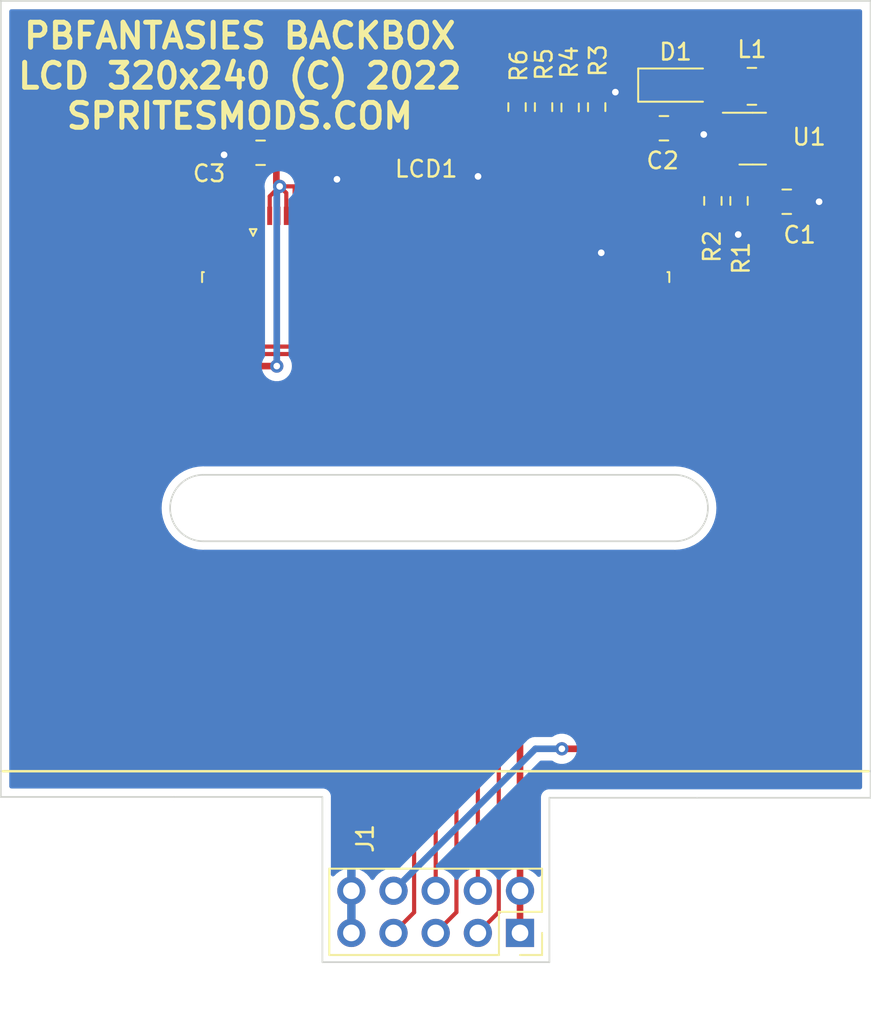
<source format=kicad_pcb>
(kicad_pcb (version 20211014) (generator pcbnew)
  (layers (0 "F.Cu" signal) (31 "B.Cu" signal) (34 "B.Paste" user) (35 "F.Paste" user) (36 "B.SilkS" user "B.Silkscreen") (37 "F.SilkS" user "F.Silkscreen") (38 "B.Mask" user) (39 "F.Mask" user) (44 "Edge.Cuts" user))
  (net 0 "")
  (net 1 "VBAT")
  (net 2 "Net-(LCD1-Pad36)")
  (net 3 "BLCD_A")
  (net 4 "+3V3")
  (net 5 "Net-(LCD1-Pad37)")
  (net 6 "Net-(LCD1-Pad38)")
  (net 7 "Net-(LCD1-Pad39)")
  (net 8 "SPI_CS_LCD0")
  (net 9 "LCD_RESET")
  (net 10 "SPI_DC")
  (net 13 "SPI_MOSI")
  (net 14 "SPI_SCK")
  (net 18 "Net-(U1-Pad3)")
  (net 19 "GND")
  (net 20 "Net-(D1-Pad2)")
  (footprint "Connector_PinSocket_2.54mm:PinSocket_2x05_P2.54mm_Vertical" (layer "F.Cu") (at 135.63 115.59 -90)
    (fp_text reference "J1" (at -5.69 9.33 90) (layer "F.SilkS"))
    (fp_text value "Conn_01x10_Male")
    (fp_line (start 0 -1.33) (end 1.33 -1.33) (layer "F.SilkS") (width 0.12))
    (fp_line (start -3.87 -1.33) (end -1.27 -1.33) (layer "F.SilkS") (width 0.12))
    (fp_line (start 1.33 1.27) (end 1.33 11.49) (layer "F.SilkS") (width 0.12))
    (fp_line (start 1.33 -1.33) (end 1.33 0) (layer "F.SilkS") (width 0.12))
    (fp_line (start -1.27 -1.33) (end -1.27 1.27) (layer "F.SilkS") (width 0.12))
    (fp_line (start -3.87 11.49) (end 1.33 11.49) (layer "F.SilkS") (width 0.12))
    (fp_line (start -1.27 1.27) (end 1.33 1.27) (layer "F.SilkS") (width 0.12))
    (fp_line (start -3.87 -1.33) (end -3.87 11.49) (layer "F.SilkS") (width 0.12))
    (pad "1" thru_hole rect (at 0 0 270) (size 1.7 1.7) (drill 1) (layers *.Cu *.Mask) (net 4 "+3V3"))
    (pad "2" thru_hole oval (at -2.54 0 270) (size 1.7 1.7) (drill 1) (layers *.Cu *.Mask) (net 4 "+3V3"))
    (pad "3" thru_hole oval (at 0 2.54 270) (size 1.7 1.7) (drill 1) (layers *.Cu *.Mask) (net 14 "SPI_SCK"))
    (pad "4" thru_hole oval (at -2.54 2.54 270) (size 1.7 1.7) (drill 1) (layers *.Cu *.Mask) (net 13 "SPI_MOSI"))
    (pad "5" thru_hole oval (at 0 5.08 270) (size 1.7 1.7) (drill 1) (layers *.Cu *.Mask) (net 10 "SPI_DC"))
    (pad "6" thru_hole oval (at -2.54 5.08 270) (size 1.7 1.7) (drill 1) (layers *.Cu *.Mask) (net 8 "SPI_CS_LCD0"))
    (pad "7" thru_hole oval (at 0 7.62 270) (size 1.7 1.7) (drill 1) (layers *.Cu *.Mask) (net 9 "LCD_RESET"))
    (pad "8" thru_hole oval (at -2.54 7.62 270) (size 1.7 1.7) (drill 1) (layers *.Cu *.Mask) (net 1 "VBAT"))
    (pad "9" thru_hole oval (at 0 10.16 270) (size 1.7 1.7) (drill 1) (layers *.Cu *.Mask) (net 19 "GND"))
    (pad "10" thru_hole oval (at -2.54 10.16 270) (size 1.7 1.7) (drill 1) (layers *.Cu *.Mask) (net 19 "GND"))
  )
  (footprint "Resistor_SMD:R_0603_1608Metric" (layer "F.Cu") (at 137.05 65.85 -90)
    (fp_text reference "R5" (at -2.575 -0.025 90) (layer "F.SilkS"))
    (fp_text value "270")
    (fp_line (start -0.237258 -0.5225) (end 0.237258 -0.5225) (layer "F.SilkS") (width 0.12))
    (fp_line (start -0.237258 0.5225) (end 0.237258 0.5225) (layer "F.SilkS") (width 0.12))
    (pad "1" smd roundrect (at -0.825 0 270) (size 0.8 0.95) (layers "F.Cu" "F.Paste" "F.Mask") (net 19 "GND"))
    (pad "2" smd roundrect (at 0.825 0 270) (size 0.8 0.95) (layers "F.Cu" "F.Paste" "F.Mask") (net 5 "Net-(LCD1-Pad37)"))
  )
  (footprint "Connector_FFC-FPC:TE_4-1734839-5_1x45-1MP_P0.5mm_Horizontal" (layer "F.Cu") (at 130.55 73.75)
    (fp_text reference "LCD1" (at -0.575 -4.175) (layer "F.SilkS"))
    (fp_text value "KD023C-1")
    (fp_line (start 14.075 2.04) (end 14.075 2.64) (layer "F.SilkS") (width 0.12))
    (fp_line (start -13.965 2.04) (end -14.075 2.04) (layer "F.SilkS") (width 0.12))
    (fp_line (start -11 -0.15) (end -10.8 -0.55) (layer "F.SilkS") (width 0.12))
    (fp_line (start -10.8 -0.55) (end -11.2 -0.55) (layer "F.SilkS") (width 0.12))
    (fp_line (start 13.965 2.04) (end 14.075 2.04) (layer "F.SilkS") (width 0.12))
    (fp_line (start -11.2 -0.55) (end -11 -0.15) (layer "F.SilkS") (width 0.12))
    (fp_line (start -14.075 2.04) (end -14.075 2.64) (layer "F.SilkS") (width 0.12))
    (pad "1" smd rect (at -11 -1.35) (size 0.3 1.1) (layers "F.Cu" "F.Paste" "F.Mask") (net 19 "GND"))
    (pad "2" smd rect (at -10.5 -1.35) (size 0.3 1.1) (layers "F.Cu" "F.Paste" "F.Mask") (net 19 "GND"))
    (pad "3" smd rect (at -10 -1.35) (size 0.3 1.1) (layers "F.Cu" "F.Paste" "F.Mask") (net 4 "+3V3"))
    (pad "4" smd rect (at -9.5 -1.35) (size 0.3 1.1) (layers "F.Cu" "F.Paste" "F.Mask") (net 4 "+3V3"))
    (pad "5" smd rect (at -9 -1.35) (size 0.3 1.1) (layers "F.Cu" "F.Paste" "F.Mask") (net 4 "+3V3"))
    (pad "6" smd rect (at -8.5 -1.35) (size 0.3 1.1) (layers "F.Cu" "F.Paste" "F.Mask") (net 4 "+3V3"))
    (pad "7" smd rect (at -8 -1.35) (size 0.3 1.1) (layers "F.Cu" "F.Paste" "F.Mask") (net 4 "+3V3"))
    (pad "8" smd rect (at -7.5 -1.35) (size 0.3 1.1) (layers "F.Cu" "F.Paste" "F.Mask") (net 13 "SPI_MOSI"))
    (pad "9" smd rect (at -7 -1.35) (size 0.3 1.1) (layers "F.Cu" "F.Paste" "F.Mask") (net 19 "GND"))
    (pad "10" smd rect (at -6.5 -1.35) (size 0.3 1.1) (layers "F.Cu" "F.Paste" "F.Mask") (net 19 "GND"))
    (pad "11" smd rect (at -6 -1.35) (size 0.3 1.1) (layers "F.Cu" "F.Paste" "F.Mask") (net 19 "GND"))
    (pad "12" smd rect (at -5.5 -1.35) (size 0.3 1.1) (layers "F.Cu" "F.Paste" "F.Mask") (net 19 "GND"))
    (pad "13" smd rect (at -5 -1.35) (size 0.3 1.1) (layers "F.Cu" "F.Paste" "F.Mask") (net 19 "GND"))
    (pad "14" smd rect (at -4.5 -1.35) (size 0.3 1.1) (layers "F.Cu" "F.Paste" "F.Mask") (net 10 "SPI_DC"))
    (pad "15" smd rect (at -4 -1.35) (size 0.3 1.1) (layers "F.Cu" "F.Paste" "F.Mask") (net 14 "SPI_SCK"))
    (pad "16" smd rect (at -3.5 -1.35) (size 0.3 1.1) (layers "F.Cu" "F.Paste" "F.Mask") (net 8 "SPI_CS_LCD0"))
    (pad "17" smd rect (at -3 -1.35) (size 0.3 1.1) (layers "F.Cu" "F.Paste" "F.Mask") (net 9 "LCD_RESET"))
    (pad "18" smd rect (at -2.5 -1.35) (size 0.3 1.1) (layers "F.Cu" "F.Paste" "F.Mask") (net 19 "GND"))
    (pad "19" smd rect (at -2 -1.35) (size 0.3 1.1) (layers "F.Cu" "F.Paste" "F.Mask") (net 19 "GND"))
    (pad "20" smd rect (at -1.5 -1.35) (size 0.3 1.1) (layers "F.Cu" "F.Paste" "F.Mask") (net 19 "GND"))
    (pad "21" smd rect (at -1 -1.35) (size 0.3 1.1) (layers "F.Cu" "F.Paste" "F.Mask") (net 19 "GND"))
    (pad "22" smd rect (at -0.5 -1.35) (size 0.3 1.1) (layers "F.Cu" "F.Paste" "F.Mask") (net 19 "GND"))
    (pad "23" smd rect (at 0 -1.35) (size 0.3 1.1) (layers "F.Cu" "F.Paste" "F.Mask") (net 19 "GND"))
    (pad "24" smd rect (at 0.5 -1.35) (size 0.3 1.1) (layers "F.Cu" "F.Paste" "F.Mask") (net 19 "GND"))
    (pad "25" smd rect (at 1 -1.35) (size 0.3 1.1) (layers "F.Cu" "F.Paste" "F.Mask") (net 19 "GND"))
    (pad "26" smd rect (at 1.5 -1.35) (size 0.3 1.1) (layers "F.Cu" "F.Paste" "F.Mask") (net 19 "GND"))
    (pad "27" smd rect (at 2 -1.35) (size 0.3 1.1) (layers "F.Cu" "F.Paste" "F.Mask") (net 19 "GND"))
    (pad "28" smd rect (at 2.5 -1.35) (size 0.3 1.1) (layers "F.Cu" "F.Paste" "F.Mask") (net 19 "GND"))
    (pad "29" smd rect (at 3 -1.35) (size 0.3 1.1) (layers "F.Cu" "F.Paste" "F.Mask") (net 19 "GND"))
    (pad "30" smd rect (at 3.5 -1.35) (size 0.3 1.1) (layers "F.Cu" "F.Paste" "F.Mask") (net 19 "GND"))
    (pad "31" smd rect (at 4 -1.35) (size 0.3 1.1) (layers "F.Cu" "F.Paste" "F.Mask") (net 19 "GND"))
    (pad "32" smd rect (at 4.5 -1.35) (size 0.3 1.1) (layers "F.Cu" "F.Paste" "F.Mask") (net 19 "GND"))
    (pad "33" smd rect (at 5 -1.35) (size 0.3 1.1) (layers "F.Cu" "F.Paste" "F.Mask") (net 19 "GND"))
    (pad "34" smd rect (at 5.5 -1.35) (size 0.3 1.1) (layers "F.Cu" "F.Paste" "F.Mask") (net 19 "GND"))
    (pad "35" smd rect (at 6 -1.35) (size 0.3 1.1) (layers "F.Cu" "F.Paste" "F.Mask") (net 19 "GND"))
    (pad "36" smd rect (at 6.5 -1.35) (size 0.3 1.1) (layers "F.Cu" "F.Paste" "F.Mask") (net 2 "Net-(LCD1-Pad36)"))
    (pad "37" smd rect (at 7 -1.35) (size 0.3 1.1) (layers "F.Cu" "F.Paste" "F.Mask") (net 5 "Net-(LCD1-Pad37)"))
    (pad "38" smd rect (at 7.5 -1.35) (size 0.3 1.1) (layers "F.Cu" "F.Paste" "F.Mask") (net 6 "Net-(LCD1-Pad38)"))
    (pad "39" smd rect (at 8 -1.35) (size 0.3 1.1) (layers "F.Cu" "F.Paste" "F.Mask") (net 7 "Net-(LCD1-Pad39)"))
    (pad "40" smd rect (at 8.5 -1.35) (size 0.3 1.1) (layers "F.Cu" "F.Paste" "F.Mask") (net 3 "BLCD_A"))
    (pad "41" smd rect (at 9 -1.35) (size 0.3 1.1) (layers "F.Cu" "F.Paste" "F.Mask"))
    (pad "42" smd rect (at 9.5 -1.35) (size 0.3 1.1) (layers "F.Cu" "F.Paste" "F.Mask"))
    (pad "43" smd rect (at 10 -1.35) (size 0.3 1.1) (layers "F.Cu" "F.Paste" "F.Mask"))
    (pad "44" smd rect (at 10.5 -1.35) (size 0.3 1.1) (layers "F.Cu" "F.Paste" "F.Mask"))
    (pad "45" smd rect (at 11 -1.35) (size 0.3 1.1) (layers "F.Cu" "F.Paste" "F.Mask") (net 19 "GND"))
    (pad "MP" smd rect (at 12.67 0.35) (size 2.3 3.1) (layers "F.Cu" "F.Paste" "F.Mask"))
    (pad "MP" smd rect (at -12.67 0.35) (size 2.3 3.1) (layers "F.Cu" "F.Paste" "F.Mask"))
  )
  (footprint "Resistor_SMD:R_0603_1608Metric" (layer "F.Cu") (at 147.25 71.5 90)
    (fp_text reference "R2" (at -2.75 -0.05 90) (layer "F.SilkS"))
    (fp_text value "100K")
    (fp_line (start -0.237258 -0.5225) (end 0.237258 -0.5225) (layer "F.SilkS") (width 0.12))
    (fp_line (start -0.237258 0.5225) (end 0.237258 0.5225) (layer "F.SilkS") (width 0.12))
    (pad "1" smd roundrect (at -0.825 0 90) (size 0.8 0.95) (layers "F.Cu" "F.Paste" "F.Mask") (net 3 "BLCD_A"))
    (pad "2" smd roundrect (at 0.825 0 90) (size 0.8 0.95) (layers "F.Cu" "F.Paste" "F.Mask") (net 18 "Net-(U1-Pad3)"))
  )
  (footprint "Resistor_SMD:R_0603_1608Metric" (layer "F.Cu") (at 135.45 65.85 -90)
    (fp_text reference "R6" (at -2.5 -0.1 90) (layer "F.SilkS"))
    (fp_text value "270")
    (fp_line (start -0.237258 0.5225) (end 0.237258 0.5225) (layer "F.SilkS") (width 0.12))
    (fp_line (start -0.237258 -0.5225) (end 0.237258 -0.5225) (layer "F.SilkS") (width 0.12))
    (pad "1" smd roundrect (at -0.825 0 270) (size 0.8 0.95) (layers "F.Cu" "F.Paste" "F.Mask") (net 19 "GND"))
    (pad "2" smd roundrect (at 0.825 0 270) (size 0.8 0.95) (layers "F.Cu" "F.Paste" "F.Mask") (net 2 "Net-(LCD1-Pad36)"))
  )
  (footprint "Resistor_SMD:R_0603_1608Metric" (layer "F.Cu") (at 138.65 65.875 -90)
    (fp_text reference "R4" (at -2.725 0.05 90) (layer "F.SilkS"))
    (fp_text value "270")
    (fp_line (start -0.237258 0.5225) (end 0.237258 0.5225) (layer "F.SilkS") (width 0.12))
    (fp_line (start -0.237258 -0.5225) (end 0.237258 -0.5225) (layer "F.SilkS") (width 0.12))
    (pad "1" smd roundrect (at -0.825 0 270) (size 0.8 0.95) (layers "F.Cu" "F.Paste" "F.Mask") (net 19 "GND"))
    (pad "2" smd roundrect (at 0.825 0 270) (size 0.8 0.95) (layers "F.Cu" "F.Paste" "F.Mask") (net 6 "Net-(LCD1-Pad38)"))
  )
  (footprint "Capacitor_SMD:C_0805_2012Metric" (layer "F.Cu") (at 120 68.6 180)
    (fp_text reference "C3" (at 3.1 -1.25) (layer "F.SilkS"))
    (fp_text value "10u")
    (fp_line (start -0.261252 0.735) (end 0.261252 0.735) (layer "F.SilkS") (width 0.12))
    (fp_line (start -0.261252 -0.735) (end 0.261252 -0.735) (layer "F.SilkS") (width 0.12))
    (pad "1" smd roundrect (at -0.95 0 180) (size 1 1.45) (layers "F.Cu" "F.Paste" "F.Mask") (net 4 "+3V3"))
    (pad "2" smd roundrect (at 0.95 0 180) (size 1 1.45) (layers "F.Cu" "F.Paste" "F.Mask") (net 19 "GND"))
  )
  (footprint "Package_TO_SOT_SMD:SOT-23-5" (layer "F.Cu") (at 149.65 67.75)
    (fp_text reference "U1" (at 3.4 -0.1) (layer "F.SilkS"))
    (fp_text value "XR2203")
    (fp_line (start 0 -1.56) (end -1.8 -1.56) (layer "F.SilkS") (width 0.12))
    (fp_line (start 0 1.56) (end -0.8 1.56) (layer "F.SilkS") (width 0.12))
    (fp_line (start 0 -1.56) (end 0.8 -1.56) (layer "F.SilkS") (width 0.12))
    (fp_line (start 0 1.56) (end 0.8 1.56) (layer "F.SilkS") (width 0.12))
    (pad "1" smd roundrect (at -1.1375 -0.95) (size 1.325 0.6) (layers "F.Cu" "F.Paste" "F.Mask") (net 20 "Net-(D1-Pad2)"))
    (pad "2" smd roundrect (at -1.1375 0) (size 1.325 0.6) (layers "F.Cu" "F.Paste" "F.Mask") (net 19 "GND"))
    (pad "3" smd roundrect (at -1.1375 0.95) (size 1.325 0.6) (layers "F.Cu" "F.Paste" "F.Mask") (net 18 "Net-(U1-Pad3)"))
    (pad "4" smd roundrect (at 1.1375 0.95) (size 1.325 0.6) (layers "F.Cu" "F.Paste" "F.Mask") (net 1 "VBAT"))
    (pad "5" smd roundrect (at 1.1375 -0.95) (size 1.325 0.6) (layers "F.Cu" "F.Paste" "F.Mask") (net 1 "VBAT"))
  )
  (footprint "Capacitor_SMD:C_0805_2012Metric" (layer "F.Cu") (at 144.3 67.125)
    (fp_text reference "C2" (at -0.075 1.95) (layer "F.SilkS"))
    (fp_text value "10u")
    (fp_line (start -0.261252 0.735) (end 0.261252 0.735) (layer "F.SilkS") (width 0.12))
    (fp_line (start -0.261252 -0.735) (end 0.261252 -0.735) (layer "F.SilkS") (width 0.12))
    (pad "1" smd roundrect (at -0.95 0) (size 1 1.45) (layers "F.Cu" "F.Paste" "F.Mask") (net 3 "BLCD_A"))
    (pad "2" smd roundrect (at 0.95 0) (size 1 1.45) (layers "F.Cu" "F.Paste" "F.Mask") (net 19 "GND"))
  )
  (footprint "Resistor_SMD:R_0603_1608Metric" (layer "F.Cu") (at 140.25 65.85 -90)
    (fp_text reference "R3" (at -2.8 -0.075 90) (layer "F.SilkS"))
    (fp_text value "270")
    (fp_line (start -0.237258 -0.5225) (end 0.237258 -0.5225) (layer "F.SilkS") (width 0.12))
    (fp_line (start -0.237258 0.5225) (end 0.237258 0.5225) (layer "F.SilkS") (width 0.12))
    (pad "1" smd roundrect (at -0.825 0 270) (size 0.8 0.95) (layers "F.Cu" "F.Paste" "F.Mask") (net 19 "GND"))
    (pad "2" smd roundrect (at 0.825 0 270) (size 0.8 0.95) (layers "F.Cu" "F.Paste" "F.Mask") (net 7 "Net-(LCD1-Pad39)"))
  )
  (footprint "Capacitor_SMD:C_0805_2012Metric" (layer "F.Cu") (at 151.7 71.55)
    (fp_text reference "C1" (at 0.775 2) (layer "F.SilkS"))
    (fp_text value "10u")
    (fp_line (start -0.261252 0.735) (end 0.261252 0.735) (layer "F.SilkS") (width 0.12))
    (fp_line (start -0.261252 -0.735) (end 0.261252 -0.735) (layer "F.SilkS") (width 0.12))
    (pad "1" smd roundrect (at -0.95 0) (size 1 1.45) (layers "F.Cu" "F.Paste" "F.Mask") (net 1 "VBAT"))
    (pad "2" smd roundrect (at 0.95 0) (size 1 1.45) (layers "F.Cu" "F.Paste" "F.Mask") (net 19 "GND"))
  )
  (footprint "Inductor_SMD:L_1008_2520Metric" (layer "F.Cu") (at 149.6 64.6 180)
    (fp_text reference "L1" (at 0 2.225) (layer "F.SilkS"))
    (fp_text value "4u7")
    (fp_line (start -0.261252 -1.11) (end 0.261252 -1.11) (layer "F.SilkS") (width 0.12))
    (fp_line (start -0.261252 1.11) (end 0.261252 1.11) (layer "F.SilkS") (width 0.12))
    (pad "1" smd roundrect (at -1.075 0 180) (size 1.25 2.2) (layers "F.Cu" "F.Paste" "F.Mask") (roundrect_rratio 0.2) (net 1 "VBAT"))
    (pad "2" smd roundrect (at 1.075 0 180) (size 1.25 2.2) (layers "F.Cu" "F.Paste" "F.Mask") (roundrect_rratio 0.2) (net 20 "Net-(D1-Pad2)"))
  )
  (footprint "Resistor_SMD:R_0603_1608Metric" (layer "F.Cu") (at 148.825 71.5 -90)
    (fp_text reference "R1" (at 3.45 -0.125 90) (layer "F.SilkS"))
    (fp_text value "33K")
    (fp_line (start -0.237258 -0.5225) (end 0.237258 -0.5225) (layer "F.SilkS") (width 0.12))
    (fp_line (start -0.237258 0.5225) (end 0.237258 0.5225) (layer "F.SilkS") (width 0.12))
    (pad "1" smd roundrect (at -0.825 0 270) (size 0.8 0.95) (layers "F.Cu" "F.Paste" "F.Mask") (net 18 "Net-(U1-Pad3)"))
    (pad "2" smd roundrect (at 0.825 0 270) (size 0.8 0.95) (layers "F.Cu" "F.Paste" "F.Mask") (net 19 "GND"))
  )
  (footprint "Diode_SMD:D_SOD-123" (layer "F.Cu") (at 145 64.525)
    (fp_text reference "D1" (at 0 -2) (layer "F.SilkS"))
    (fp_text value "MBR0520")
    (fp_line (start -2.25 -1) (end -2.25 1) (layer "F.SilkS") (width 0.12))
    (fp_line (start -2.25 -1) (end 1.65 -1) (layer "F.SilkS") (width 0.12))
    (fp_line (start -2.25 1) (end 1.65 1) (layer "F.SilkS") (width 0.12))
    (pad "1" smd rect (at -1.65 0) (size 0.9 1.2) (layers "F.Cu" "F.Paste" "F.Mask") (net 3 "BLCD_A"))
    (pad "2" smd rect (at 1.65 0) (size 0.9 1.2) (layers "F.Cu" "F.Paste" "F.Mask") (net 20 "Net-(D1-Pad2)"))
  )
  (gr_line (start 156.625 105.85) (end 104.475 105.85) (layer "F.SilkS") (width 0.15))
  (gr_line (start 114.8 107.4) (end 104.35 107.4) (layer "Edge.Cuts") (width 0.1))
  (gr_line (start 123.725 117.35) (end 123.725 107.4) (layer "Edge.Cuts") (width 0.1))
  (gr_line (start 116.55 92) (end 144.95 92) (layer "Edge.Cuts") (width 0.1))
  (gr_arc (start 144.95 88) (mid 146.95 90) (end 144.95 92) (layer "Edge.Cuts") (width 0.1))
  (gr_line (start 137.4 117.35) (end 137.4 107.45) (layer "Edge.Cuts") (width 0.1))
  (gr_line (start 156.75 107.45) (end 156.75 105.85) (layer "Edge.Cuts") (width 0.1))
  (gr_line (start 146.3 107.45) (end 156.75 107.45) (layer "Edge.Cuts") (width 0.1))
  (gr_line (start 123.725 117.35) (end 137.4 117.35) (layer "Edge.Cuts") (width 0.1))
  (gr_line (start 156.75 105.85) (end 156.75 59.45) (layer "Edge.Cuts") (width 0.1))
  (gr_line (start 156.75 59.45) (end 104.35 59.45) (layer "Edge.Cuts") (width 0.1))
  (gr_line (start 144.95 88) (end 116.55 88) (layer "Edge.Cuts") (width 0.1))
  (gr_arc (start 116.55 92) (mid 114.55 90) (end 116.55 88) (layer "Edge.Cuts") (width 0.1))
  (gr_line (start 104.35 107.4) (end 104.35 105.85) (layer "Edge.Cuts") (width 0.1))
  (gr_line (start 123.725 107.4) (end 114.8 107.4) (layer "Edge.Cuts") (width 0.1))
  (gr_line (start 137.4 107.45) (end 146.3 107.45) (layer "Edge.Cuts") (width 0.1))
  (gr_line (start 104.35 59.45) (end 104.35 105.85) (layer "Edge.Cuts") (width 0.1))
  (gr_text "PBFANTASIES BACKBOX\nLCD 320x240 (C) 2022\nSPRITESMODS.COM" (at 118.75 63.975) (layer "F.SilkS") (effects (font (size 1.5 1.5) (thickness 0.3))))
  (segment (start 141.675 104.5) (end 150.75 95.425) (width 0.4) (layer "F.Cu") (net 1))
  (segment (start 138.15 104.5) (end 141.675 104.5) (width 0.4) (layer "F.Cu") (net 1))
  (segment (start 150.7875 66.8) (end 150.7875 64.7125) (width 0.4) (layer "F.Cu") (net 1))
  (segment (start 150.75 68.7375) (end 150.7875 68.7) (width 0.4) (layer "F.Cu") (net 1))
  (segment (start 150.7875 64.7125) (end 150.675 64.6) (width 0.4) (layer "F.Cu") (net 1))
  (segment (start 150.75 71.55) (end 150.75 68.7375) (width 0.4) (layer "F.Cu") (net 1))
  (segment (start 150.7875 68.7) (end 150.7875 66.8) (width 0.4) (layer "F.Cu") (net 1))
  (segment (start 150.75 95.425) (end 150.75 71.55) (width 0.4) (layer "F.Cu") (net 1))
  (via (at 138.15 104.5) (size 0.8) (drill 0.4) (layers "F.Cu" "B.Cu") (net 1))
  (segment (start 136.56 104.5) (end 138.15 104.5) (width 0.4) (layer "B.Cu") (net 1))
  (segment (start 128.01 113.05) (end 136.56 104.5) (width 0.4) (layer "B.Cu") (net 1))
  (segment (start 137.05 68.275) (end 135.45 66.675) (width 0.25) (layer "F.Cu") (net 2))
  (segment (start 137.05 72.4) (end 137.05 68.275) (width 0.25) (layer "F.Cu") (net 2))
  (segment (start 139.05 70.375) (end 142.3 67.125) (width 0.25) (layer "F.Cu") (net 3))
  (segment (start 147.25 72.325) (end 146.475 72.325) (width 0.25) (layer "F.Cu") (net 3))
  (segment (start 139.05 72.4) (end 139.05 70.925) (width 0.25) (layer "F.Cu") (net 3))
  (segment (start 145.075 70.925) (end 139.05 70.925) (width 0.25) (layer "F.Cu") (net 3))
  (segment (start 146.475 72.325) (end 145.075 70.925) (width 0.25) (layer "F.Cu") (net 3))
  (segment (start 139.05 70.925) (end 139.05 70.375) (width 0.25) (layer "F.Cu") (net 3))
  (segment (start 142.3 67.125) (end 143.35 67.125) (width 0.25) (layer "F.Cu") (net 3))
  (segment (start 143.35 64.525) (end 143.35 67.125) (width 0.4) (layer "F.Cu") (net 3))
  (segment (start 135.63 115.59) (end 135.63 113.05) (width 0.4) (layer "F.Cu") (net 4))
  (segment (start 121.05 72.4) (end 121.05 70.725) (width 0.25) (layer "F.Cu") (net 4))
  (segment (start 130.975 95.05) (end 135.63 99.705) (width 0.4) (layer "F.Cu") (net 4))
  (segment (start 120.55 71.225) (end 121.15 70.625) (width 0.25) (layer "F.Cu") (net 4))
  (segment (start 122.05 72.4) (end 122.05 70.7) (width 0.25) (layer "F.Cu") (net 4))
  (segment (start 117.72598 81.44902) (end 111.625 87.55) (width 0.4) (layer "F.Cu") (net 4))
  (segment (start 121.05 70.725) (end 121.15 70.625) (width 0.25) (layer "F.Cu") (net 4))
  (segment (start 120.95 68.6) (end 120.95 70.425) (width 0.4) (layer "F.Cu") (net 4))
  (segment (start 122.55 70.875) (end 122.55 72.4) (width 0.25) (layer "F.Cu") (net 4))
  (segment (start 113.925 95.05) (end 130.975 95.05) (width 0.4) (layer "F.Cu") (net 4))
  (segment (start 111.625 87.55) (end 111.625 92.75) (width 0.4) (layer "F.Cu") (net 4))
  (segment (start 111.625 92.75) (end 113.925 95.05) (width 0.4) (layer "F.Cu") (net 4))
  (segment (start 122.125 70.625) (end 122.3 70.625) (width 0.25) (layer "F.Cu") (net 4))
  (segment (start 121.55 72.4) (end 121.55 71.025) (width 0.25) (layer "F.Cu") (net 4))
  (segment (start 120.95 70.425) (end 121.15 70.625) (width 0.4) (layer "F.Cu") (net 4))
  (segment (start 121.55 71.025) (end 121.15 70.625) (width 0.25) (layer "F.Cu") (net 4))
  (segment (start 120.975 81.44902) (end 117.72598 81.44902) (width 0.4) (layer "F.Cu") (net 4))
  (segment (start 122.3 70.625) (end 122.55 70.875) (width 0.25) (layer "F.Cu") (net 4))
  (segment (start 121.15 70.625) (end 122.125 70.625) (width 0.25) (layer "F.Cu") (net 4))
  (segment (start 122.05 70.7) (end 122.125 70.625) (width 0.25) (layer "F.Cu") (net 4))
  (segment (start 120.55 72.4) (end 120.55 71.225) (width 0.25) (layer "F.Cu") (net 4))
  (segment (start 135.63 99.705) (end 135.63 113.05) (width 0.4) (layer "F.Cu") (net 4))
  (via (at 121.15 70.625) (size 0.8) (drill 0.4) (layers "F.Cu" "B.Cu") (net 4))
  (via (at 120.975 81.44902) (size 0.8) (drill 0.4) (layers "F.Cu" "B.Cu") (net 4))
  (segment (start 120.975 81.44902) (end 120.975 70.8) (width 0.4) (layer "B.Cu") (net 4))
  (segment (start 120.975 70.8) (end 121.15 70.625) (width 0.4) (layer "B.Cu") (net 4))
  (segment (start 137.55 72.4) (end 137.55 67.175) (width 0.25) (layer "F.Cu") (net 5))
  (segment (start 137.55 67.175) (end 137.05 66.675) (width 0.25) (layer "F.Cu") (net 5))
  (segment (start 138.05 72.4) (end 138.05 67.3) (width 0.25) (layer "F.Cu") (net 6))
  (segment (start 138.05 67.3) (end 138.65 66.7) (width 0.25) (layer "F.Cu") (net 6))
  (segment (start 138.55 68.375) (end 140.25 66.675) (width 0.25) (layer "F.Cu") (net 7))
  (segment (start 138.55 72.4) (end 138.55 68.375) (width 0.25) (layer "F.Cu") (net 7))
  (segment (start 109.75192 93.525854) (end 109.75192 73.237363) (width 0.25) (layer "F.Cu") (net 8))
  (segment (start 127.05 68.675) (end 127.05 72.4) (width 0.25) (layer "F.Cu") (net 8))
  (segment (start 124.60048 66.22548) (end 127.05 68.675) (width 0.25) (layer "F.Cu") (net 8))
  (segment (start 130.55 102.2) (end 125.59856 97.24856) (width 0.25) (layer "F.Cu") (net 8))
  (segment (start 130.55 113.05) (end 130.55 102.2) (width 0.25) (layer "F.Cu") (net 8))
  (segment (start 116.763803 66.22548) (end 124.60048 66.22548) (width 0.25) (layer "F.Cu") (net 8))
  (segment (start 109.75192 73.237363) (end 116.763803 66.22548) (width 0.25) (layer "F.Cu") (net 8))
  (segment (start 113.474625 97.24856) (end 109.75192 93.525854) (width 0.25) (layer "F.Cu") (net 8))
  (segment (start 125.59856 97.24856) (end 113.474625 97.24856) (width 0.25) (layer "F.Cu") (net 8))
  (segment (start 124.883797 97.69808) (end 113.288429 97.69808) (width 0.25) (layer "F.Cu") (net 9))
  (segment (start 128.01 115.59) (end 129.25 114.35) (width 0.25) (layer "F.Cu") (net 9))
  (segment (start 129.25 114.35) (end 129.25 102.064283) (width 0.25) (layer "F.Cu") (net 9))
  (segment (start 124.786678 65.77596) (end 127.55 68.539282) (width 0.25) (layer "F.Cu") (net 9))
  (segment (start 127.55 68.539282) (end 127.55 72.4) (width 0.25) (layer "F.Cu") (net 9))
  (segment (start 129.25 102.064283) (end 124.883797 97.69808) (width 0.25) (layer "F.Cu") (net 9))
  (segment (start 109.3024 73.051166) (end 116.577606 65.77596) (width 0.25) (layer "F.Cu") (net 9))
  (segment (start 109.3024 93.712051) (end 109.3024 73.051166) (width 0.25) (layer "F.Cu") (net 9))
  (segment (start 113.288429 97.69808) (end 109.3024 93.712051) (width 0.25) (layer "F.Cu") (net 9))
  (segment (start 116.577606 65.77596) (end 124.786678 65.77596) (width 0.25) (layer "F.Cu") (net 9))
  (segment (start 113.660823 96.79904) (end 110.20144 93.339657) (width 0.25) (layer "F.Cu") (net 10))
  (segment (start 110.20144 93.339657) (end 110.20144 73.42356) (width 0.25) (layer "F.Cu") (net 10))
  (segment (start 126.05 68.55) (end 126.05 72.4) (width 0.25) (layer "F.Cu") (net 10))
  (segment (start 130.55 115.59) (end 131.8 114.34) (width 0.25) (layer "F.Cu") (net 10))
  (segment (start 126.94904 96.79904) (end 113.660823 96.79904) (width 0.25) (layer "F.Cu") (net 10))
  (segment (start 124.175 66.675) (end 126.05 68.55) (width 0.25) (layer "F.Cu") (net 10))
  (segment (start 110.20144 73.42356) (end 116.95 66.675) (width 0.25) (layer "F.Cu") (net 10))
  (segment (start 131.8 101.65) (end 126.94904 96.79904) (width 0.25) (layer "F.Cu") (net 10))
  (segment (start 131.8 114.34) (end 131.8 101.65) (width 0.25) (layer "F.Cu") (net 10))
  (segment (start 116.95 66.675) (end 124.175 66.675) (width 0.25) (layer "F.Cu") (net 10))
  (segment (start 133.09 101.01) (end 128.42952 96.34952) (width 0.25) (layer "F.Cu") (net 13))
  (segment (start 110.65096 86.938323) (end 117.314283 80.275) (width 0.25) (layer "F.Cu") (net 13))
  (segment (start 128.42952 96.34952) (end 113.84702 96.34952) (width 0.25) (layer "F.Cu") (net 13))
  (segment (start 113.84702 96.34952) (end 110.65096 93.15346) (width 0.25) (layer "F.Cu") (net 13))
  (segment (start 122.175 80.275) (end 123.05 79.4) (width 0.25) (layer "F.Cu") (net 13))
  (segment (start 110.65096 93.15346) (end 110.65096 86.938323) (width 0.25) (layer "F.Cu") (net 13))
  (segment (start 117.314283 80.275) (end 122.175 80.275) (width 0.25) (layer "F.Cu") (net 13))
  (segment (start 133.09 113.05) (end 133.09 101.01) (width 0.25) (layer "F.Cu") (net 13))
  (segment (start 123.05 79.4) (end 123.05 72.4) (width 0.25) (layer "F.Cu") (net 13))
  (segment (start 117.50048 80.72452) (end 123.92548 80.72452) (width 0.25) (layer "F.Cu") (net 14))
  (segment (start 134.35 114.33) (end 134.35 100.2) (width 0.25) (layer "F.Cu") (net 14))
  (segment (start 126.55 78.1) (end 126.55 72.4) (width 0.25) (layer "F.Cu") (net 14))
  (segment (start 114.033217 95.9) (end 111.10048 92.967263) (width 0.25) (layer "F.Cu") (net 14))
  (segment (start 123.92548 80.72452) (end 126.55 78.1) (width 0.25) (layer "F.Cu") (net 14))
  (segment (start 130.05 95.9) (end 114.033217 95.9) (width 0.25) (layer "F.Cu") (net 14))
  (segment (start 111.10048 92.967263) (end 111.10048 87.12452) (width 0.25) (layer "F.Cu") (net 14))
  (segment (start 111.10048 87.12452) (end 117.50048 80.72452) (width 0.25) (layer "F.Cu") (net 14))
  (segment (start 134.35 100.2) (end 130.05 95.9) (width 0.25) (layer "F.Cu") (net 14))
  (segment (start 133.09 115.59) (end 134.35 114.33) (width 0.25) (layer "F.Cu") (net 14))
  (segment (start 148.825 69.0125) (end 148.5125 68.7) (width 0.25) (layer "F.Cu") (net 18))
  (segment (start 148.825 70.675) (end 148.825 69.0125) (width 0.25) (layer "F.Cu") (net 18))
  (segment (start 147.25 70.675) (end 148.825 70.675) (width 0.25) (layer "F.Cu") (net 18))
  (segment (start 125.05 72.4) (end 125.05 70.875) (width 0.25) (layer "F.Cu") (net 19))
  (segment (start 119.05 68.6) (end 117.925 68.6) (width 0.25) (layer "F.Cu") (net 19))
  (segment (start 129.55 72.4) (end 129.55 70.875) (width 0.25) (layer "F.Cu") (net 19))
  (segment (start 132.55 72.4) (end 132.55 70.95) (width 0.25) (layer "F.Cu") (net 19))
  (segment (start 133.45 70.825) (end 133.975 70.825) (width 0.25) (layer "F.Cu") (net 19))
  (segment (start 135.5 70.825) (end 136.05 70.825) (width 0.25) (layer "F.Cu") (net 19))
  (segment (start 129.1 70.825) (end 129.5 70.825) (width 0.25) (layer "F.Cu") (net 19))
  (segment (start 133.05 70.925) (end 133.1125 70.8625) (width 0.25) (layer "F.Cu") (net 19))
  (segment (start 123.9 70.875) (end 123.55 71.225) (width 0.25) (layer "F.Cu") (net 19))
  (segment (start 145.25 67.125) (end 146.325 67.125) (width 0.4) (layer "F.Cu") (net 19))
  (segment (start 141.55 72.4) (end 141.55 73.6) (width 0.25) (layer "F.Cu") (net 19))
  (segment (start 132.425 70.825) (end 133.15 70.825) (width 0.25) (layer "F.Cu") (net 19))
  (segment (start 135.125 70.825) (end 135.5 70.825) (width 0.25) (layer "F.Cu") (net 19))
  (segment (start 134.45 70.825) (end 135.125 70.825) (width 0.25) (layer "F.Cu") (net 19))
  (segment (start 131.55 72.4) (end 131.55 70.825) (width 0.25) (layer "F.Cu") (net 19))
  (segment (start 134.55 70.925) (end 134.45 70.825) (width 0.25) (layer "F.Cu") (net 19))
  (segment (start 141.3 65.025) (end 141.375 64.95) (width 0.25) (layer "F.Cu") (net 19))
  (segment (start 132.05 70.9) (end 132.125 70.825) (width 0.25) (layer "F.Cu") (net 19))
  (segment (start 132.55 70.95) (end 132.425 70.825) (width 0.25) (layer "F.Cu") (net 19))
  (segment (start 124.6 70.875) (end 124.05 70.875) (width 0.25) (layer "F.Cu") (net 19))
  (segment (start 128.55 72.4) (end 128.55 70.875) (width 0.25) (layer "F.Cu") (net 19))
  (segment (start 132.125 70.825) (end 132.425 70.825) (width 0.25) (layer "F.Cu") (net 19))
  (segment (start 148.825 72.325) (end 148.825 73.475) (width 0.25) (layer "F.Cu") (net 19))
  (segment (start 129.05 70.875) (end 129.1 70.825) (width 0.25) (layer "F.Cu") (net 19))
  (segment (start 130.55 72.4) (end 130.55 70.9) (width 0.25) (layer "F.Cu") (net 19))
  (segment (start 134.05 70.9) (end 133.975 70.825) (width 0.25) (layer "F.Cu") (net 19))
  (segment (start 133.55 70.925) (end 133.45 70.825) (width 0.25) (layer "F.Cu") (net 19))
  (segment (start 130.05 72.4) (end 130.05 70.85) (width 0.25) (layer "F.Cu") (net 19))
  (segment (start 125.55 71.375) (end 125.05 70.875) (width 0.25) (layer "F.Cu") (net 19))
  (segment (start 130.05 70.85) (end 130.025 70.825) (width 0.25) (layer "F.Cu") (net 19))
  (segment (start 135.55 72.4) (end 135.55 70.875) (width 0.25) (layer "F.Cu") (net 19))
  (segment (start 134.55 72.4) (end 134.55 70.925) (width 0.25) (layer "F.Cu") (net 19))
  (segment (start 152.65 71.55) (end 153.65 71.55) (width 0.4) (layer "F.Cu") (net 19))
  (segment (start 135.55 70.875) (end 135.5 70.825) (width 0.25) (layer "F.Cu") (net 19))
  (segment (start 130.025 70.825) (end 130.625 70.825) (width 0.25) (layer "F.Cu") (net 19))
  (segment (start 119.55 72.4) (end 119.55 71.2) (width 0.25) (layer "F.Cu") (net 19))
  (segment (start 135.45 65.025) (end 140.25 65.025) (width 0.25) (layer "F.Cu") (net 19))
  (segment (start 123.55 71.225) (end 123.55 72.4) (width 0.25) (layer "F.Cu") (net 19))
  (segment (start 129.05 72.4) (end 129.05 70.875) (width 0.25) (layer "F.Cu") (net 19))
  (segment (start 133.55 72.4) (end 133.55 70.925) (width 0.25) (layer "F.Cu") (net 19))
  (segment (start 128.05 72.4) (end 128.05 71.275) (width 0.25) (layer "F.Cu") (net 19))
  (segment (start 120.05 70.7) (end 120.05 69.6) (width 0.25) (layer "F.Cu") (net 19))
  (segment (start 124.55 70.925) (end 124.6 70.875) (width 0.25) (layer "F.Cu") (net 19))
  (segment (start 131.05 72.4) (end 131.05 70.825) (width 0.25) (layer "F.Cu") (net 19))
  (segment (start 146.95 67.75) (end 146.7 67.5) (width 0.4) (layer "F.Cu") (net 19))
  (segment (start 136.55 71.325) (end 136.55 72.4) (width 0.25) (layer "F.Cu") (net 19))
  (segment (start 128.5 70.825) (end 129.1 70.825) (width 0.25) (layer "F.Cu") (net 19))
  (segment (start 148.5125 67.75) (end 146.95 67.75) (width 0.4) (layer "F.Cu") (net 19))
  (segment (start 146.325 67.125) (end 146.7 67.5) (width 0.4) (layer "F.Cu") (net 19))
  (segment (start 148.825 73.475) (end 148.775 73.525) (width 0.25) (layer "F.Cu") (net 19))
  (segment (start 140.25 65.025) (end 141.3 65.025) (width 0.25) (layer "F.Cu") (net 19))
  (segment (start 120.05 72.4) (end 120.05 70.7) (width 0.25) (layer "F.Cu") (net 19))
  (segment (start 128.55 70.875) (end 128.5 70.825) (width 0.25) (layer "F.Cu") (net 19))
  (segment (start 136.05 72.4) (end 136.05 70.825) (width 0.25) (layer "F.Cu") (net 19))
  (segment (start 120.05 69.6) (end 119.05 68.6) (width 0.25) (layer "F.Cu") (net 19))
  (segment (start 125.05 70.875) (end 124.6 70.875) (width 0.25) (layer "F.Cu") (net 19))
  (segment (start 130.625 70.825) (end 131.05 70.825) (width 0.25) (layer "F.Cu") (net 19))
  (segment (start 128.05 71.275) (end 128.5 70.825) (width 0.25) (layer "F.Cu") (net 19))
  (segment (start 124.55 72.4) (end 124.55 70.925) (width 0.25) (layer "F.Cu") (net 19))
  (segment (start 124.05 72.4) (end 124.05 70.875) (width 0.25) (layer "F.Cu") (net 19))
  (segment (start 129.55 70.875) (end 129.5 70.825) (width 0.25) (layer "F.Cu") (net 19))
  (segment (start 131.55 70.825) (end 132.125 70.825) (width 0.25) (layer "F.Cu") (net 19))
  (segment (start 125.55 72.4) (end 125.55 71.375) (width 0.25) (layer "F.Cu") (net 19))
  (segment (start 132.05 72.4) (end 132.05 70.9) (width 0.25) (layer "F.Cu") (net 19))
  (segment (start 133.05 72.4) (end 133.05 70.925) (width 0.25) (layer "F.Cu") (net 19))
  (segment (start 135.05 70.9) (end 135.125 70.825) (width 0.25) (layer "F.Cu") (net 19))
  (segment (start 141.55 73.6) (end 140.525 74.625) (width 0.25) (layer "F.Cu") (net 19))
  (segment (start 133.15 70.825) (end 133.45 70.825) (width 0.25) (layer "F.Cu") (net 19))
  (segment (start 133.1125 70.0375) (end 133.1 70.025) (width 0.25) (layer "F.Cu") (net 19))
  (segment (start 131.05 70.825) (end 131.55 70.825) (width 0.25) (layer "F.Cu") (net 19))
  (segment (start 135.05 72.4) (end 135.05 70.9) (width 0.25) (layer "F.Cu") (net 19))
  (segment (start 133.1125 70.8625) (end 133.15 70.825) (width 0.25) (layer "F.Cu") (net 19))
  (segment (start 124.6 70.875) (end 124.6 70.2) (width 0.25) (layer "F.Cu") (net 19))
  (segment (start 119.55 71.2) (end 120.05 70.7) (width 0.25) (layer "F.Cu") (net 19))
  (segment (start 129.5 70.825) (end 130.025 70.825) (width 0.25) (layer "F.Cu") (net 19))
  (segment (start 133.1125 70.8625) (end 133.1125 70.0375) (width 0.25) (layer "F.Cu") (net 19))
  (segment (start 136.05 70.825) (end 136.55 71.325) (width 0.25) (layer "F.Cu") (net 19))
  (segment (start 130.55 70.9) (end 130.625 70.825) (width 0.25) (layer "F.Cu") (net 19))
  (segment (start 124.05 70.875) (end 123.9 70.875) (width 0.25) (layer "F.Cu") (net 19))
  (segment (start 117.925 68.6) (end 117.8 68.725) (width 0.25) (layer "F.Cu") (net 19))
  (segment (start 134.05 72.4) (end 134.05 70.9) (width 0.25) (layer "F.Cu") (net 19))
  (segment (start 133.975 70.825) (end 134.45 70.825) (width 0.25) (layer "F.Cu") (net 19))
  (via (at 140.525 74.625) (size 0.8) (drill 0.4) (layers "F.Cu" "B.Cu") (net 19))
  (via (at 133.1 70.025) (size 0.8) (drill 0.4) (layers "F.Cu" "B.Cu") (net 19))
  (via (at 141.375 64.95) (size 0.8) (drill 0.4) (layers "F.Cu" "B.Cu") (net 19))
  (via (at 148.775 73.525) (size 0.8) (drill 0.4) (layers "F.Cu" "B.Cu") (net 19))
  (via (at 117.8 68.725) (size 0.8) (drill 0.4) (layers "F.Cu" "B.Cu") (net 19))
  (via (at 146.7 67.5) (size 0.8) (drill 0.4) (layers "F.Cu" "B.Cu") (net 19))
  (via (at 153.65 71.55) (size 0.8) (drill 0.4) (layers "F.Cu" "B.Cu") (net 19))
  (via (at 124.6 70.2) (size 0.8) (drill 0.4) (layers "F.Cu" "B.Cu") (net 19))
  (segment (start 148.525 66.7875) (end 148.5125 66.8) (width 0.4) (layer "F.Cu") (net 20))
  (segment (start 148.45 64.525) (end 148.525 64.6) (width 0.4) (layer "F.Cu") (net 20))
  (segment (start 146.65 64.525) (end 148.45 64.525) (width 0.4) (layer "F.Cu") (net 20))
  (segment (start 148.525 64.6) (end 148.525 66.7875) (width 0.4) (layer "F.Cu") (net 20))
  (zone (net 19) (net_name "GND") (layer "B.Cu") (connect_pads (clearance 0.508)) (min_thickness 0.254) (fill yes (thermal_gap 0.508) (thermal_bridge_width 0.508))
    (polygon (pts (xy 156.725 107.375) (xy 136.95 107.375) (xy 136.95 116.9) (xy 124.15 116.9) (xy 124.15 107.375) (xy 104.35 107.375) (xy 104.35 59.45) (xy 156.725 59.45)))
  )
)
</source>
